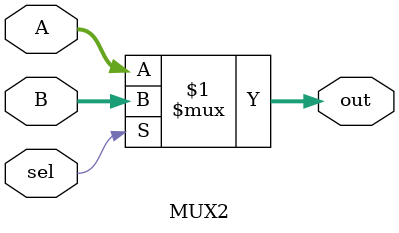
<source format=v>
`timescale 1ns / 1ps
module MUX2(
    input [31:0] A,
    input [31:0] B,
    input sel,
    output [31:0] out
    );
	 assign out=sel?B:A;


endmodule

</source>
